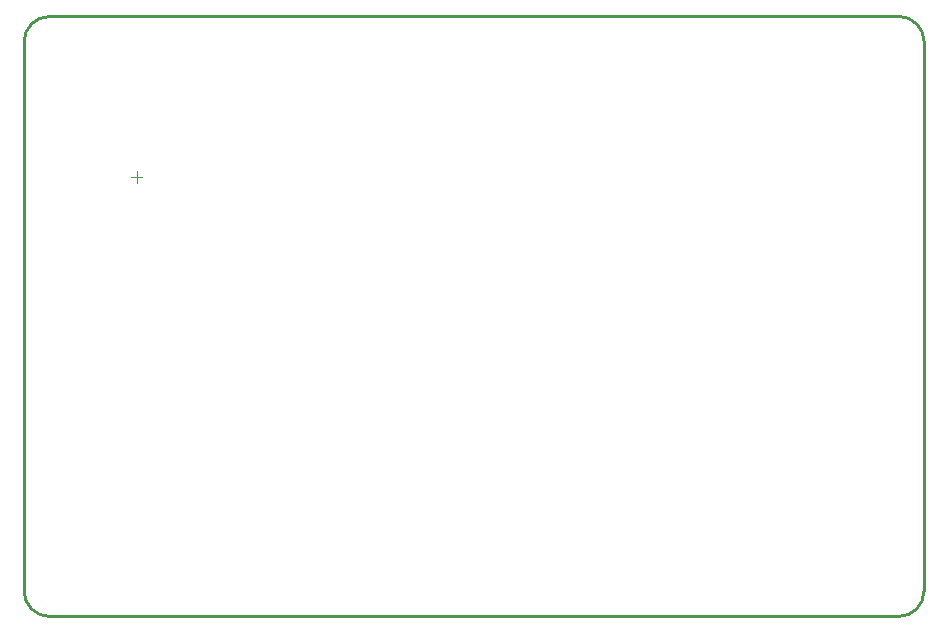
<source format=gbo>
G04*
G04 #@! TF.GenerationSoftware,Altium Limited,Altium Designer,21.3.2 (30)*
G04*
G04 Layer_Color=32896*
%FSLAX24Y24*%
%MOIN*%
G70*
G04*
G04 #@! TF.SameCoordinates,FFBA0EC0-682D-4AE7-A023-BFB846BD403B*
G04*
G04*
G04 #@! TF.FilePolarity,Positive*
G04*
G01*
G75*
%ADD10C,0.0100*%
%ADD15C,0.0020*%
D10*
X10846Y30000D02*
G03*
X10000Y29154I0J-846D01*
G01*
Y10846D02*
G03*
X10846Y10000I846J0D01*
G01*
X40000Y29154D02*
G03*
X39154Y30000I-846J0D01*
G01*
Y10000D02*
G03*
X40000Y10846I0J846D01*
G01*
X10846Y30000D02*
X39154D01*
X10846Y10000D02*
X39154D01*
X10000Y10846D02*
Y29154D01*
X40000Y10846D02*
Y29154D01*
D15*
X13554Y24638D02*
X13947D01*
X13750Y24441D02*
Y24835D01*
M02*

</source>
